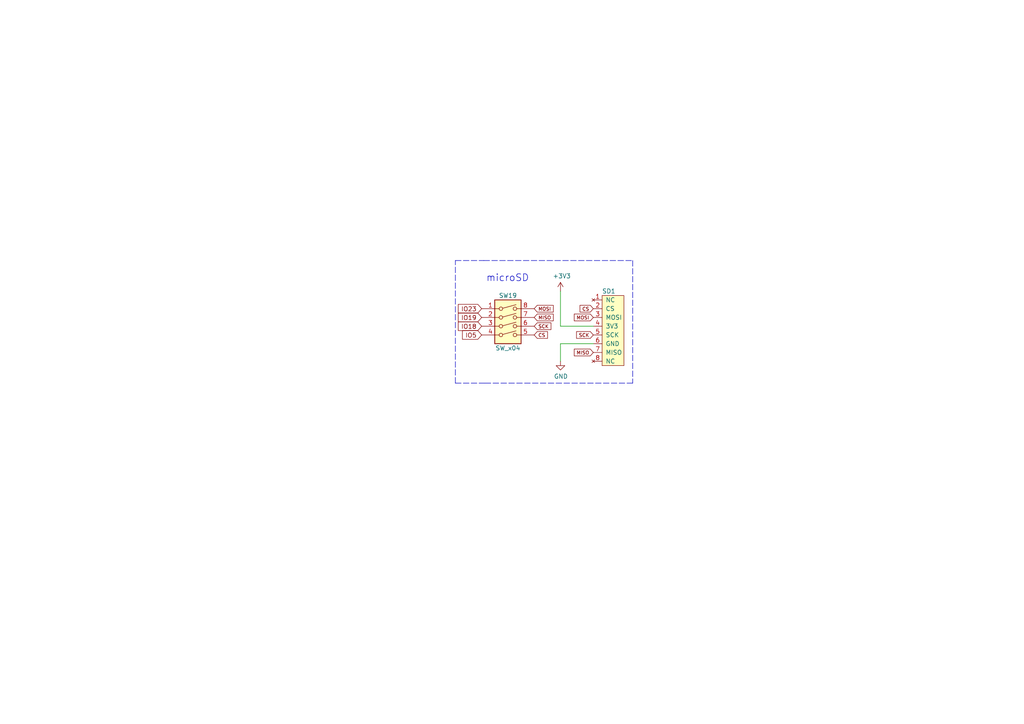
<source format=kicad_sch>
(kicad_sch (version 20211123) (generator eeschema)
  (paper "A4")
  (title_block (title "ESP32IoTPlatform") (date "2022-02-09") (rev "v4r1") (company "TVZ"))
  (lib_symbols
    (symbol "ESP32IoTPlatform_simboli:microSD-MOLEX-473521001" (pin_names (offset 1.016))
      (property "Reference" "SD" (at 0 0 0))
      (property "Value" "microSD-MOLEX-473521001" (at 0 -3.81 0))
      (symbol "microSD-MOLEX-473521001_0_1"
        (rectangle (start 0 22.86) (end 6.35 2.54) (fill (type background)))
      )
      (symbol "microSD-MOLEX-473521001_1_1"
        (pin no_connect line (at -2.54 21.59 0) (length 2.54) (name "NC") (number "1"))
        (pin passive line (at -2.54 19.05 0) (length 2.54) (name "CS") (number "2"))
        (pin passive line (at -2.54 16.51 0) (length 2.54) (name "MOSI") (number "3"))
        (pin passive line (at -2.54 13.97 0) (length 2.54) (name "3V3") (number "4"))
        (pin passive line (at -2.54 11.43 0) (length 2.54) (name "SCK") (number "5"))
        (pin passive line (at -2.54 8.89 0) (length 2.54) (name "GND") (number "6"))
        (pin passive line (at -2.54 6.35 0) (length 2.54) (name "MISO") (number "7"))
        (pin no_connect line (at -2.54 3.81 0) (length 2.54) (name "NC") (number "8"))
      )
    )
    (symbol "Switch:SW_DIP_x04" (pin_names (offset 0) hide)
      (property "Reference" "SW" (at 0 8.89 0))
      (property "Value" "SW_DIP_x04" (at 0 -6.35 0))
      (symbol "SW_DIP_x04_0_0"
        (circle (center -2.032 -2.54) (radius 0.508))
        (circle (center -2.032 0) (radius 0.508))
        (circle (center -2.032 2.54) (radius 0.508))
        (circle (center -2.032 5.08) (radius 0.508))
        (polyline (pts (xy -1.524 -2.3876) (xy 2.3622 -1.3462)))
        (polyline (pts (xy -1.524 0.127) (xy 2.3622 1.1684)))
        (polyline (pts (xy -1.524 2.667) (xy 2.3622 3.7084)))
        (polyline (pts (xy -1.524 5.207) (xy 2.3622 6.2484)))
        (circle (center 2.032 -2.54) (radius 0.508))
        (circle (center 2.032 0) (radius 0.508))
        (circle (center 2.032 2.54) (radius 0.508))
        (circle (center 2.032 5.08) (radius 0.508))
      )
      (symbol "SW_DIP_x04_0_1"
        (rectangle (start -3.81 7.62) (end 3.81 -5.08) (stroke (width 0.254)) (fill (type background)))
      )
      (symbol "SW_DIP_x04_1_1"
        (pin passive line (at -7.62 5.08 0) (length 5.08) (name "~") (number "1"))
        (pin passive line (at -7.62 2.54 0) (length 5.08) (name "~") (number "2"))
        (pin passive line (at -7.62 0 0) (length 5.08) (name "~") (number "3"))
        (pin passive line (at -7.62 -2.54 0) (length 5.08) (name "~") (number "4"))
        (pin passive line (at 7.62 -2.54 180) (length 5.08) (name "~") (number "5"))
        (pin passive line (at 7.62 0 180) (length 5.08) (name "~") (number "6"))
        (pin passive line (at 7.62 2.54 180) (length 5.08) (name "~") (number "7"))
        (pin passive line (at 7.62 5.08 180) (length 5.08) (name "~") (number "8"))
      )
    )
    (symbol "power:+3V3" (power) (pin_names (offset 0))
      (property "Value" "+3V3" (at 0 3.556 0))
      (symbol "+3V3_0_1"
        (polyline (pts (xy -0.762 1.27) (xy 0 2.54)))
        (polyline (pts (xy 0 0) (xy 0 2.54)))
        (polyline (pts (xy 0 2.54) (xy 0.762 1.27)))
      )
      (symbol "+3V3_1_1"
        (pin power_in line (at 0 0 90) (length 0) hide (name "+3V3") (number "1"))
      )
    )
    (symbol "power:GND" (power) (pin_names (offset 0))
      (property "Value" "GND" (at 0 -3.81 0))
      (symbol "GND_0_1"
        (polyline (pts (xy 0 0) (xy 0 -1.27) (xy 1.27 -1.27) (xy 0 -2.54) (xy -1.27 -1.27) (xy 0 -1.27)))
      )
      (symbol "GND_1_1"
        (pin power_in line (at 0 0 270) (length 0) hide (name "GND") (number "1"))
      )
    )
  )
  (wire (pts (xy 162.56 104.775) (xy 162.56 99.695)))
  (polyline (pts (xy 132.08 111.125) (xy 132.08 75.565)))
  (wire (pts (xy 162.56 99.695) (xy 172.085 99.695)))
  (wire (pts (xy 162.56 94.615) (xy 172.085 94.615)))
  (polyline (pts (xy 132.08 111.125) (xy 140.97 111.125)))
  (polyline (pts (xy 183.515 75.565) (xy 183.515 111.125)))
  (wire (pts (xy 162.56 84.455) (xy 162.56 94.615)))
  (polyline (pts (xy 132.08 75.565) (xy 140.335 75.565)))
  (polyline (pts (xy 183.515 111.125) (xy 140.335 111.125)))
  (polyline (pts (xy 140.335 75.565) (xy 183.515 75.565)))
  (text "microSD" (at 140.97 81.915 0) (effects (font (size 2.0066 2.0066)) (justify left bottom)))
  (global_label "MOSI" (shape input) (at 172.085 92.075 180) (effects (font (size 1 1))) (property "Intersheet References" "${INTERSHEET_REFS}" (effects hide)))
  (global_label "IO5" (shape input) (at 139.7 97.155 180) (property "Intersheet References" "${INTERSHEET_REFS}" (effects hide)))
  (global_label "MISO" (shape input) (at 154.94 92.075 0) (effects (font (size 1 1))) (property "Intersheet References" "${INTERSHEET_REFS}" (effects hide)))
  (global_label "CS" (shape input) (at 154.94 97.155 0) (effects (font (size 1 1))) (property "Intersheet References" "${INTERSHEET_REFS}" (effects hide)))
  (global_label "MISO" (shape input) (at 172.085 102.235 180) (effects (font (size 1 1))) (property "Intersheet References" "${INTERSHEET_REFS}" (effects hide)))
  (global_label "CS" (shape input) (at 172.085 89.535 180) (effects (font (size 1 1))) (property "Intersheet References" "${INTERSHEET_REFS}" (effects hide)))
  (global_label "SCK" (shape input) (at 172.085 97.155 180) (effects (font (size 1 1))) (property "Intersheet References" "${INTERSHEET_REFS}" (effects hide)))
  (global_label "MOSI" (shape input) (at 154.94 89.535 0) (effects (font (size 1 1))) (property "Intersheet References" "${INTERSHEET_REFS}" (effects hide)))
  (global_label "IO18" (shape input) (at 139.7 94.615 180) (property "Intersheet References" "${INTERSHEET_REFS}" (effects hide)))
  (global_label "IO23" (shape input) (at 139.7 89.535 180) (property "Intersheet References" "${INTERSHEET_REFS}" (effects hide)))
  (global_label "IO19" (shape input) (at 139.7 92.075 180) (property "Intersheet References" "${INTERSHEET_REFS}" (effects hide)))
  (global_label "SCK" (shape input) (at 154.94 94.615 0) (effects (font (size 1 1))) (property "Intersheet References" "${INTERSHEET_REFS}" (effects hide)))
  (symbol (lib_id "power:+3V3") (at 162.56 84.455 0) (unit 1)
    (property "Reference" "#PWR0150" (effects hide))
    (property "Value" "+3V3" (at 162.941 80.0608 0))
  )
  (symbol (lib_id "power:GND") (at 162.56 104.775 0) (unit 1)
    (property "Reference" "#PWR0149" (effects hide))
    (property "Value" "GND" (at 162.687 109.1692 0))
  )
  (symbol (lib_id "ESP32IoTPlatform_simboli:microSD-MOLEX-473521001") (at 174.625 108.585 0) (unit 1)
    (property "Reference" "SD1" (at 174.625 84.455 0) (effects (justify left)))
    (property "Value" "microSD-MOLEX-473521001" (effects hide))
    (property "Footprint" "ESP32IoTPlatform:MOLEX_47352-1001" (effects hide))
  )
  (symbol (lib_id "Switch:SW_DIP_x04") (at 147.32 94.615 0) (unit 1)
    (property "Reference" "SW19" (at 147.32 85.725 0))
    (property "Value" "SW_x04" (at 147.32 100.965 0))
    (property "Footprint" "Button_Switch_SMD:SW_DIP_SPSTx04_Slide_6.7x11.72mm_W6.73mm_P2.54mm_LowProfile_JPin" (effects hide))
  )
)
</source>
